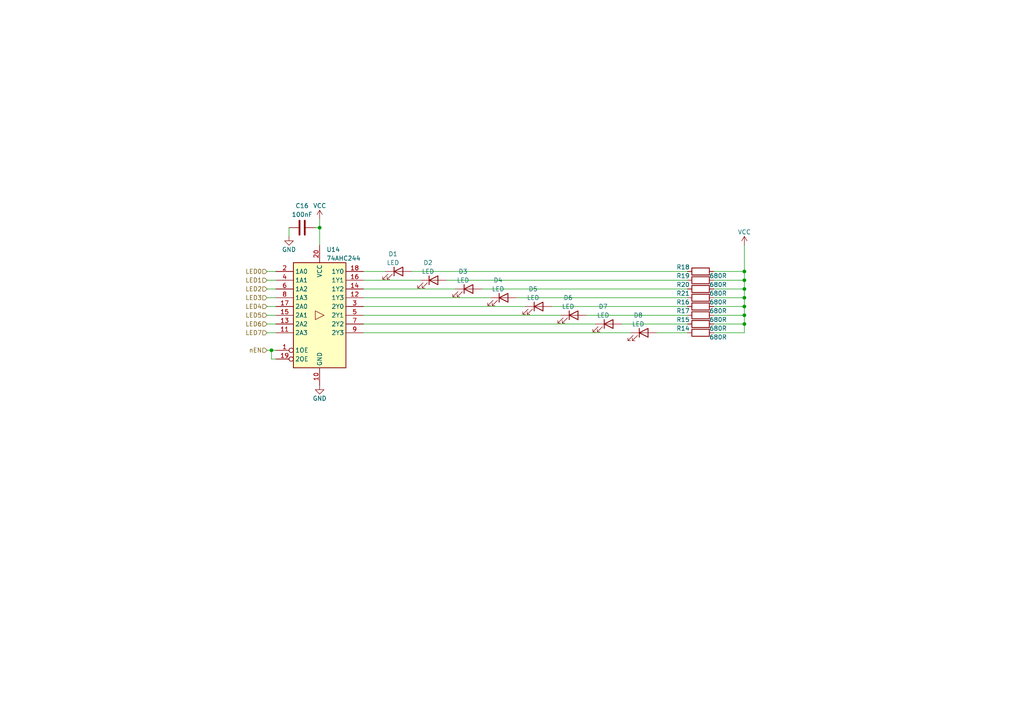
<source format=kicad_sch>
(kicad_sch (version 20230121) (generator eeschema)

  (uuid a8a4bdfd-768b-43c4-8b44-4c45f4c3ae2c)

  (paper "A4")

  (title_block
    (title "Paula's DCJ11 Hack")
    (date "2023-04-10")
    (rev "1.0")
  )

  (lib_symbols
    (symbol "74xx:74AHC244" (in_bom yes) (on_board yes)
      (property "Reference" "U" (at -7.62 16.51 0)
        (effects (font (size 1.27 1.27)))
      )
      (property "Value" "74AHC244" (at -7.62 -16.51 0)
        (effects (font (size 1.27 1.27)))
      )
      (property "Footprint" "" (at 0 0 0)
        (effects (font (size 1.27 1.27)) hide)
      )
      (property "Datasheet" "https://assets.nexperia.com/documents/data-sheet/74AHC_AHCT244.pdf" (at 0 0 0)
        (effects (font (size 1.27 1.27)) hide)
      )
      (property "ki_keywords" "AHCMOS BUFFER 3State" (at 0 0 0)
        (effects (font (size 1.27 1.27)) hide)
      )
      (property "ki_description" "8-bit Buffer/Line Driver 3-state" (at 0 0 0)
        (effects (font (size 1.27 1.27)) hide)
      )
      (property "ki_fp_filters" "TSSOP*4.4x6.5mm*P0.65mm* SSOP*4.4x6.5mm*P0.65mm*" (at 0 0 0)
        (effects (font (size 1.27 1.27)) hide)
      )
      (symbol "74AHC244_1_0"
        (polyline
          (pts
            (xy 1.27 0)
            (xy -1.27 1.27)
            (xy -1.27 -1.27)
            (xy 1.27 0)
          )
          (stroke (width 0.1524) (type default))
          (fill (type none))
        )
        (pin input inverted (at -12.7 -10.16 0) (length 5.08)
          (name "1OE" (effects (font (size 1.27 1.27))))
          (number "1" (effects (font (size 1.27 1.27))))
        )
        (pin power_in line (at 0 -20.32 90) (length 5.08)
          (name "GND" (effects (font (size 1.27 1.27))))
          (number "10" (effects (font (size 1.27 1.27))))
        )
        (pin input line (at -12.7 -5.08 0) (length 5.08)
          (name "2A3" (effects (font (size 1.27 1.27))))
          (number "11" (effects (font (size 1.27 1.27))))
        )
        (pin tri_state line (at 12.7 5.08 180) (length 5.08)
          (name "1Y3" (effects (font (size 1.27 1.27))))
          (number "12" (effects (font (size 1.27 1.27))))
        )
        (pin input line (at -12.7 -2.54 0) (length 5.08)
          (name "2A2" (effects (font (size 1.27 1.27))))
          (number "13" (effects (font (size 1.27 1.27))))
        )
        (pin tri_state line (at 12.7 7.62 180) (length 5.08)
          (name "1Y2" (effects (font (size 1.27 1.27))))
          (number "14" (effects (font (size 1.27 1.27))))
        )
        (pin input line (at -12.7 0 0) (length 5.08)
          (name "2A1" (effects (font (size 1.27 1.27))))
          (number "15" (effects (font (size 1.27 1.27))))
        )
        (pin tri_state line (at 12.7 10.16 180) (length 5.08)
          (name "1Y1" (effects (font (size 1.27 1.27))))
          (number "16" (effects (font (size 1.27 1.27))))
        )
        (pin input line (at -12.7 2.54 0) (length 5.08)
          (name "2A0" (effects (font (size 1.27 1.27))))
          (number "17" (effects (font (size 1.27 1.27))))
        )
        (pin tri_state line (at 12.7 12.7 180) (length 5.08)
          (name "1Y0" (effects (font (size 1.27 1.27))))
          (number "18" (effects (font (size 1.27 1.27))))
        )
        (pin input inverted (at -12.7 -12.7 0) (length 5.08)
          (name "2OE" (effects (font (size 1.27 1.27))))
          (number "19" (effects (font (size 1.27 1.27))))
        )
        (pin input line (at -12.7 12.7 0) (length 5.08)
          (name "1A0" (effects (font (size 1.27 1.27))))
          (number "2" (effects (font (size 1.27 1.27))))
        )
        (pin power_in line (at 0 20.32 270) (length 5.08)
          (name "VCC" (effects (font (size 1.27 1.27))))
          (number "20" (effects (font (size 1.27 1.27))))
        )
        (pin tri_state line (at 12.7 2.54 180) (length 5.08)
          (name "2Y0" (effects (font (size 1.27 1.27))))
          (number "3" (effects (font (size 1.27 1.27))))
        )
        (pin input line (at -12.7 10.16 0) (length 5.08)
          (name "1A1" (effects (font (size 1.27 1.27))))
          (number "4" (effects (font (size 1.27 1.27))))
        )
        (pin tri_state line (at 12.7 0 180) (length 5.08)
          (name "2Y1" (effects (font (size 1.27 1.27))))
          (number "5" (effects (font (size 1.27 1.27))))
        )
        (pin input line (at -12.7 7.62 0) (length 5.08)
          (name "1A2" (effects (font (size 1.27 1.27))))
          (number "6" (effects (font (size 1.27 1.27))))
        )
        (pin tri_state line (at 12.7 -2.54 180) (length 5.08)
          (name "2Y2" (effects (font (size 1.27 1.27))))
          (number "7" (effects (font (size 1.27 1.27))))
        )
        (pin input line (at -12.7 5.08 0) (length 5.08)
          (name "1A3" (effects (font (size 1.27 1.27))))
          (number "8" (effects (font (size 1.27 1.27))))
        )
        (pin tri_state line (at 12.7 -5.08 180) (length 5.08)
          (name "2Y3" (effects (font (size 1.27 1.27))))
          (number "9" (effects (font (size 1.27 1.27))))
        )
      )
      (symbol "74AHC244_1_1"
        (rectangle (start -7.62 15.24) (end 7.62 -15.24)
          (stroke (width 0.254) (type default))
          (fill (type background))
        )
      )
    )
    (symbol "Device:C" (pin_numbers hide) (pin_names (offset 0.254)) (in_bom yes) (on_board yes)
      (property "Reference" "C" (at 0.635 2.54 0)
        (effects (font (size 1.27 1.27)) (justify left))
      )
      (property "Value" "C" (at 0.635 -2.54 0)
        (effects (font (size 1.27 1.27)) (justify left))
      )
      (property "Footprint" "" (at 0.9652 -3.81 0)
        (effects (font (size 1.27 1.27)) hide)
      )
      (property "Datasheet" "~" (at 0 0 0)
        (effects (font (size 1.27 1.27)) hide)
      )
      (property "ki_keywords" "cap capacitor" (at 0 0 0)
        (effects (font (size 1.27 1.27)) hide)
      )
      (property "ki_description" "Unpolarized capacitor" (at 0 0 0)
        (effects (font (size 1.27 1.27)) hide)
      )
      (property "ki_fp_filters" "C_*" (at 0 0 0)
        (effects (font (size 1.27 1.27)) hide)
      )
      (symbol "C_0_1"
        (polyline
          (pts
            (xy -2.032 -0.762)
            (xy 2.032 -0.762)
          )
          (stroke (width 0.508) (type default))
          (fill (type none))
        )
        (polyline
          (pts
            (xy -2.032 0.762)
            (xy 2.032 0.762)
          )
          (stroke (width 0.508) (type default))
          (fill (type none))
        )
      )
      (symbol "C_1_1"
        (pin passive line (at 0 3.81 270) (length 2.794)
          (name "~" (effects (font (size 1.27 1.27))))
          (number "1" (effects (font (size 1.27 1.27))))
        )
        (pin passive line (at 0 -3.81 90) (length 2.794)
          (name "~" (effects (font (size 1.27 1.27))))
          (number "2" (effects (font (size 1.27 1.27))))
        )
      )
    )
    (symbol "Device:LED" (pin_numbers hide) (pin_names (offset 1.016) hide) (in_bom yes) (on_board yes)
      (property "Reference" "D" (at 0 2.54 0)
        (effects (font (size 1.27 1.27)))
      )
      (property "Value" "LED" (at 0 -2.54 0)
        (effects (font (size 1.27 1.27)))
      )
      (property "Footprint" "" (at 0 0 0)
        (effects (font (size 1.27 1.27)) hide)
      )
      (property "Datasheet" "~" (at 0 0 0)
        (effects (font (size 1.27 1.27)) hide)
      )
      (property "ki_keywords" "LED diode" (at 0 0 0)
        (effects (font (size 1.27 1.27)) hide)
      )
      (property "ki_description" "Light emitting diode" (at 0 0 0)
        (effects (font (size 1.27 1.27)) hide)
      )
      (property "ki_fp_filters" "LED* LED_SMD:* LED_THT:*" (at 0 0 0)
        (effects (font (size 1.27 1.27)) hide)
      )
      (symbol "LED_0_1"
        (polyline
          (pts
            (xy -1.27 -1.27)
            (xy -1.27 1.27)
          )
          (stroke (width 0.254) (type default))
          (fill (type none))
        )
        (polyline
          (pts
            (xy -1.27 0)
            (xy 1.27 0)
          )
          (stroke (width 0) (type default))
          (fill (type none))
        )
        (polyline
          (pts
            (xy 1.27 -1.27)
            (xy 1.27 1.27)
            (xy -1.27 0)
            (xy 1.27 -1.27)
          )
          (stroke (width 0.254) (type default))
          (fill (type none))
        )
        (polyline
          (pts
            (xy -3.048 -0.762)
            (xy -4.572 -2.286)
            (xy -3.81 -2.286)
            (xy -4.572 -2.286)
            (xy -4.572 -1.524)
          )
          (stroke (width 0) (type default))
          (fill (type none))
        )
        (polyline
          (pts
            (xy -1.778 -0.762)
            (xy -3.302 -2.286)
            (xy -2.54 -2.286)
            (xy -3.302 -2.286)
            (xy -3.302 -1.524)
          )
          (stroke (width 0) (type default))
          (fill (type none))
        )
      )
      (symbol "LED_1_1"
        (pin passive line (at -3.81 0 0) (length 2.54)
          (name "K" (effects (font (size 1.27 1.27))))
          (number "1" (effects (font (size 1.27 1.27))))
        )
        (pin passive line (at 3.81 0 180) (length 2.54)
          (name "A" (effects (font (size 1.27 1.27))))
          (number "2" (effects (font (size 1.27 1.27))))
        )
      )
    )
    (symbol "Device:R" (pin_numbers hide) (pin_names (offset 0)) (in_bom yes) (on_board yes)
      (property "Reference" "R" (at 2.032 0 90)
        (effects (font (size 1.27 1.27)))
      )
      (property "Value" "R" (at 0 0 90)
        (effects (font (size 1.27 1.27)))
      )
      (property "Footprint" "" (at -1.778 0 90)
        (effects (font (size 1.27 1.27)) hide)
      )
      (property "Datasheet" "~" (at 0 0 0)
        (effects (font (size 1.27 1.27)) hide)
      )
      (property "ki_keywords" "R res resistor" (at 0 0 0)
        (effects (font (size 1.27 1.27)) hide)
      )
      (property "ki_description" "Resistor" (at 0 0 0)
        (effects (font (size 1.27 1.27)) hide)
      )
      (property "ki_fp_filters" "R_*" (at 0 0 0)
        (effects (font (size 1.27 1.27)) hide)
      )
      (symbol "R_0_1"
        (rectangle (start -1.016 -2.54) (end 1.016 2.54)
          (stroke (width 0.254) (type default))
          (fill (type none))
        )
      )
      (symbol "R_1_1"
        (pin passive line (at 0 3.81 270) (length 1.27)
          (name "~" (effects (font (size 1.27 1.27))))
          (number "1" (effects (font (size 1.27 1.27))))
        )
        (pin passive line (at 0 -3.81 90) (length 1.27)
          (name "~" (effects (font (size 1.27 1.27))))
          (number "2" (effects (font (size 1.27 1.27))))
        )
      )
    )
    (symbol "power:GND" (power) (pin_names (offset 0)) (in_bom yes) (on_board yes)
      (property "Reference" "#PWR" (at 0 -6.35 0)
        (effects (font (size 1.27 1.27)) hide)
      )
      (property "Value" "GND" (at 0 -3.81 0)
        (effects (font (size 1.27 1.27)))
      )
      (property "Footprint" "" (at 0 0 0)
        (effects (font (size 1.27 1.27)) hide)
      )
      (property "Datasheet" "" (at 0 0 0)
        (effects (font (size 1.27 1.27)) hide)
      )
      (property "ki_keywords" "global power" (at 0 0 0)
        (effects (font (size 1.27 1.27)) hide)
      )
      (property "ki_description" "Power symbol creates a global label with name \"GND\" , ground" (at 0 0 0)
        (effects (font (size 1.27 1.27)) hide)
      )
      (symbol "GND_0_1"
        (polyline
          (pts
            (xy 0 0)
            (xy 0 -1.27)
            (xy 1.27 -1.27)
            (xy 0 -2.54)
            (xy -1.27 -1.27)
            (xy 0 -1.27)
          )
          (stroke (width 0) (type default))
          (fill (type none))
        )
      )
      (symbol "GND_1_1"
        (pin power_in line (at 0 0 270) (length 0) hide
          (name "GND" (effects (font (size 1.27 1.27))))
          (number "1" (effects (font (size 1.27 1.27))))
        )
      )
    )
    (symbol "power:VCC" (power) (pin_names (offset 0)) (in_bom yes) (on_board yes)
      (property "Reference" "#PWR" (at 0 -3.81 0)
        (effects (font (size 1.27 1.27)) hide)
      )
      (property "Value" "VCC" (at 0 3.81 0)
        (effects (font (size 1.27 1.27)))
      )
      (property "Footprint" "" (at 0 0 0)
        (effects (font (size 1.27 1.27)) hide)
      )
      (property "Datasheet" "" (at 0 0 0)
        (effects (font (size 1.27 1.27)) hide)
      )
      (property "ki_keywords" "global power" (at 0 0 0)
        (effects (font (size 1.27 1.27)) hide)
      )
      (property "ki_description" "Power symbol creates a global label with name \"VCC\"" (at 0 0 0)
        (effects (font (size 1.27 1.27)) hide)
      )
      (symbol "VCC_0_1"
        (polyline
          (pts
            (xy -0.762 1.27)
            (xy 0 2.54)
          )
          (stroke (width 0) (type default))
          (fill (type none))
        )
        (polyline
          (pts
            (xy 0 0)
            (xy 0 2.54)
          )
          (stroke (width 0) (type default))
          (fill (type none))
        )
        (polyline
          (pts
            (xy 0 2.54)
            (xy 0.762 1.27)
          )
          (stroke (width 0) (type default))
          (fill (type none))
        )
      )
      (symbol "VCC_1_1"
        (pin power_in line (at 0 0 90) (length 0) hide
          (name "VCC" (effects (font (size 1.27 1.27))))
          (number "1" (effects (font (size 1.27 1.27))))
        )
      )
    )
  )

  (junction (at 78.74 101.6) (diameter 0) (color 0 0 0 0)
    (uuid 5a9ab3e0-69f7-4ffb-b24e-fd79be8e3350)
  )
  (junction (at 215.9 83.82) (diameter 0) (color 0 0 0 0)
    (uuid 60e5f8fb-bf26-42d2-b205-cae3a1e3fc7f)
  )
  (junction (at 215.9 93.98) (diameter 0) (color 0 0 0 0)
    (uuid 73b0a169-68db-475d-baea-0ac7abca05c1)
  )
  (junction (at 215.9 91.44) (diameter 0) (color 0 0 0 0)
    (uuid 7f8d3366-6d8c-4aaa-9616-991f9392d345)
  )
  (junction (at 215.9 81.28) (diameter 0) (color 0 0 0 0)
    (uuid 98a25e14-c902-462b-bd83-afb8ce45fc0b)
  )
  (junction (at 215.9 86.36) (diameter 0) (color 0 0 0 0)
    (uuid b94a4359-d06b-454f-ae73-6ff22485d58e)
  )
  (junction (at 92.71 66.04) (diameter 0) (color 0 0 0 0)
    (uuid c2d8e50f-17cf-4e21-abb7-fffb460f464e)
  )
  (junction (at 215.9 78.74) (diameter 0) (color 0 0 0 0)
    (uuid d6087d27-f003-4482-a033-5f6943f6faaf)
  )
  (junction (at 215.9 88.9) (diameter 0) (color 0 0 0 0)
    (uuid e3a3f232-8ed4-47d2-a5b5-c321185b951c)
  )

  (wire (pts (xy 77.47 78.74) (xy 80.01 78.74))
    (stroke (width 0) (type default))
    (uuid 0c74e999-881f-4944-aa7c-897da772c1c9)
  )
  (wire (pts (xy 77.47 101.6) (xy 78.74 101.6))
    (stroke (width 0) (type default))
    (uuid 0d865a6a-9ee3-4c65-9625-f25d5f0e2ca1)
  )
  (wire (pts (xy 77.47 81.28) (xy 80.01 81.28))
    (stroke (width 0) (type default))
    (uuid 0daa5fc3-d7a0-4e47-8a99-08bba8b50a5d)
  )
  (wire (pts (xy 215.9 88.9) (xy 215.9 91.44))
    (stroke (width 0) (type default))
    (uuid 0df26a37-a7de-4b06-be0c-31a924598e7e)
  )
  (wire (pts (xy 170.18 91.44) (xy 199.39 91.44))
    (stroke (width 0) (type default))
    (uuid 112b4d2a-d37e-442b-9768-160976214e7b)
  )
  (wire (pts (xy 105.41 88.9) (xy 152.4 88.9))
    (stroke (width 0) (type default))
    (uuid 11d3d4ca-20ff-4c3e-b506-4bd206cf764e)
  )
  (wire (pts (xy 77.47 83.82) (xy 80.01 83.82))
    (stroke (width 0) (type default))
    (uuid 15071812-b495-41e7-b39d-a30a673ba8e6)
  )
  (wire (pts (xy 119.38 78.74) (xy 199.39 78.74))
    (stroke (width 0) (type default))
    (uuid 15a5972b-d6d2-459f-bf23-7c1270b006ab)
  )
  (wire (pts (xy 215.9 93.98) (xy 215.9 96.52))
    (stroke (width 0) (type default))
    (uuid 160dddb1-2b0c-4f44-a548-2c22eef73a03)
  )
  (wire (pts (xy 207.01 83.82) (xy 215.9 83.82))
    (stroke (width 0) (type default))
    (uuid 160ed50b-05bc-4b6b-a578-775c6aefd1c1)
  )
  (wire (pts (xy 207.01 88.9) (xy 215.9 88.9))
    (stroke (width 0) (type default))
    (uuid 1f228bfa-470e-4a88-ae33-7acd76ab5c2a)
  )
  (wire (pts (xy 160.02 88.9) (xy 199.39 88.9))
    (stroke (width 0) (type default))
    (uuid 2129d86f-69fa-4bad-8fa8-b7efb6a38c67)
  )
  (wire (pts (xy 215.9 71.12) (xy 215.9 78.74))
    (stroke (width 0) (type default))
    (uuid 2786dc0d-2b1c-42e0-8693-3d84fbd6bf96)
  )
  (wire (pts (xy 105.41 91.44) (xy 162.56 91.44))
    (stroke (width 0) (type default))
    (uuid 2d16aa62-cd08-451b-935a-c64520832b05)
  )
  (wire (pts (xy 77.47 93.98) (xy 80.01 93.98))
    (stroke (width 0) (type default))
    (uuid 3bb65de1-76d4-4fe8-9bdb-859f4c590721)
  )
  (wire (pts (xy 139.7 83.82) (xy 199.39 83.82))
    (stroke (width 0) (type default))
    (uuid 3d022627-72b7-49f4-8ab2-932dd9e9a5ed)
  )
  (wire (pts (xy 105.41 93.98) (xy 172.72 93.98))
    (stroke (width 0) (type default))
    (uuid 40ca7853-1819-43a8-a90f-9b52001d1249)
  )
  (wire (pts (xy 180.34 93.98) (xy 199.39 93.98))
    (stroke (width 0) (type default))
    (uuid 41d33051-6557-4347-ad77-a18eb61f12fa)
  )
  (wire (pts (xy 215.9 81.28) (xy 215.9 83.82))
    (stroke (width 0) (type default))
    (uuid 42f3e510-b918-409e-8839-79d2e26b4b23)
  )
  (wire (pts (xy 92.71 63.5) (xy 92.71 66.04))
    (stroke (width 0) (type default))
    (uuid 467d4bd4-8365-481b-bde0-247de534501f)
  )
  (wire (pts (xy 215.9 91.44) (xy 215.9 93.98))
    (stroke (width 0) (type default))
    (uuid 4af7bb15-a277-42bb-8817-279480b93635)
  )
  (wire (pts (xy 207.01 81.28) (xy 215.9 81.28))
    (stroke (width 0) (type default))
    (uuid 50ef8caa-8d21-4179-8fb9-f24c8c8e5fe2)
  )
  (wire (pts (xy 105.41 78.74) (xy 111.76 78.74))
    (stroke (width 0) (type default))
    (uuid 53962fa7-8151-4cbb-b98e-00c1c987be1d)
  )
  (wire (pts (xy 215.9 78.74) (xy 215.9 81.28))
    (stroke (width 0) (type default))
    (uuid 5d522e15-89f8-43ec-a6ed-ca11bed3d459)
  )
  (wire (pts (xy 129.54 81.28) (xy 199.39 81.28))
    (stroke (width 0) (type default))
    (uuid 70ad1576-5705-4eed-ad8f-aefc2d35c4b1)
  )
  (wire (pts (xy 83.82 66.04) (xy 83.82 68.58))
    (stroke (width 0) (type default))
    (uuid 726d4b7a-3369-457a-899c-6fe2baf24f90)
  )
  (wire (pts (xy 207.01 96.52) (xy 215.9 96.52))
    (stroke (width 0) (type default))
    (uuid 7503af08-c564-40b4-8918-1ace2fe74b5f)
  )
  (wire (pts (xy 215.9 86.36) (xy 215.9 88.9))
    (stroke (width 0) (type default))
    (uuid 7c8ac022-ff93-4d4f-ab60-61768fbfb318)
  )
  (wire (pts (xy 207.01 86.36) (xy 215.9 86.36))
    (stroke (width 0) (type default))
    (uuid 7c913b59-d6f5-4a9a-aced-b941304e7785)
  )
  (wire (pts (xy 80.01 104.14) (xy 78.74 104.14))
    (stroke (width 0) (type default))
    (uuid 7e68711b-4873-497d-a818-52cd84e644c5)
  )
  (wire (pts (xy 105.41 83.82) (xy 132.08 83.82))
    (stroke (width 0) (type default))
    (uuid 9deb8453-b142-4355-8e63-928a0d63cc25)
  )
  (wire (pts (xy 78.74 101.6) (xy 80.01 101.6))
    (stroke (width 0) (type default))
    (uuid a2c82415-ba59-49da-98c2-db5ac5767c9f)
  )
  (wire (pts (xy 149.86 86.36) (xy 199.39 86.36))
    (stroke (width 0) (type default))
    (uuid a464438e-76be-4905-aae6-b26cf7c54630)
  )
  (wire (pts (xy 207.01 91.44) (xy 215.9 91.44))
    (stroke (width 0) (type default))
    (uuid a6ed0d4a-4d0f-4535-9757-28b4546d4af9)
  )
  (wire (pts (xy 105.41 86.36) (xy 142.24 86.36))
    (stroke (width 0) (type default))
    (uuid a89cd658-0576-437a-aede-dda78205333d)
  )
  (wire (pts (xy 92.71 66.04) (xy 92.71 71.12))
    (stroke (width 0) (type default))
    (uuid b1de9897-718f-4ddf-b905-304a5c7bf4bf)
  )
  (wire (pts (xy 91.44 66.04) (xy 92.71 66.04))
    (stroke (width 0) (type default))
    (uuid b66c20ad-6bb4-4060-95aa-42ee1e40c8d6)
  )
  (wire (pts (xy 207.01 78.74) (xy 215.9 78.74))
    (stroke (width 0) (type default))
    (uuid b896c0ea-e590-4adb-bd52-cb650147ead4)
  )
  (wire (pts (xy 78.74 104.14) (xy 78.74 101.6))
    (stroke (width 0) (type default))
    (uuid b8fcca98-d978-4051-ae5f-b9f3f32c039a)
  )
  (wire (pts (xy 77.47 96.52) (xy 80.01 96.52))
    (stroke (width 0) (type default))
    (uuid b9972564-e67a-40e8-a393-f5bb1f2a0df4)
  )
  (wire (pts (xy 77.47 88.9) (xy 80.01 88.9))
    (stroke (width 0) (type default))
    (uuid c45b9167-40ff-4eaa-8a84-7c5c15974d37)
  )
  (wire (pts (xy 77.47 91.44) (xy 80.01 91.44))
    (stroke (width 0) (type default))
    (uuid c670dda0-e089-4b13-b093-839e8acfa582)
  )
  (wire (pts (xy 215.9 83.82) (xy 215.9 86.36))
    (stroke (width 0) (type default))
    (uuid db17d6fa-88a0-44e6-ac74-7f5be3447a0f)
  )
  (wire (pts (xy 190.5 96.52) (xy 199.39 96.52))
    (stroke (width 0) (type default))
    (uuid e32c2654-8284-4668-8e7f-dfef3d377e21)
  )
  (wire (pts (xy 105.41 81.28) (xy 121.92 81.28))
    (stroke (width 0) (type default))
    (uuid e901b43a-f559-4a37-9e44-5f11a6cc031c)
  )
  (wire (pts (xy 105.41 96.52) (xy 182.88 96.52))
    (stroke (width 0) (type default))
    (uuid eef4c9a6-77ac-4080-8931-43c78aa10a11)
  )
  (wire (pts (xy 77.47 86.36) (xy 80.01 86.36))
    (stroke (width 0) (type default))
    (uuid f1ccae45-e835-48a3-81c2-803675e52f8b)
  )
  (wire (pts (xy 207.01 93.98) (xy 215.9 93.98))
    (stroke (width 0) (type default))
    (uuid f8fee114-cb2b-420b-86f2-49f21cebd717)
  )

  (hierarchical_label "LED2" (shape input) (at 77.47 83.82 180) (fields_autoplaced)
    (effects (font (size 1.27 1.27)) (justify right))
    (uuid 0efe9171-6527-4695-ac5d-6acf8b52b04e)
  )
  (hierarchical_label "LED3" (shape input) (at 77.47 86.36 180) (fields_autoplaced)
    (effects (font (size 1.27 1.27)) (justify right))
    (uuid 13b3a215-f210-4e84-89a9-ff3cd553ec5a)
  )
  (hierarchical_label "LED1" (shape input) (at 77.47 81.28 180) (fields_autoplaced)
    (effects (font (size 1.27 1.27)) (justify right))
    (uuid 28eb4631-aced-4aae-909b-1db2005149ae)
  )
  (hierarchical_label "LED4" (shape input) (at 77.47 88.9 180) (fields_autoplaced)
    (effects (font (size 1.27 1.27)) (justify right))
    (uuid 9afa04e1-d2f6-4f54-92ad-ec98c7945d69)
  )
  (hierarchical_label "LED6" (shape input) (at 77.47 93.98 180) (fields_autoplaced)
    (effects (font (size 1.27 1.27)) (justify right))
    (uuid a96bf416-f66f-4f27-8e9b-14df788469d1)
  )
  (hierarchical_label "LED7" (shape input) (at 77.47 96.52 180) (fields_autoplaced)
    (effects (font (size 1.27 1.27)) (justify right))
    (uuid bb5f6119-424f-4281-aa71-a246693c61c9)
  )
  (hierarchical_label "LED0" (shape input) (at 77.47 78.74 180) (fields_autoplaced)
    (effects (font (size 1.27 1.27)) (justify right))
    (uuid c8ada003-18ce-4b6d-b9c5-a559c4d2227d)
  )
  (hierarchical_label "LED5" (shape input) (at 77.47 91.44 180) (fields_autoplaced)
    (effects (font (size 1.27 1.27)) (justify right))
    (uuid f23838a1-f88d-4ae9-aba0-e65229a1a9dd)
  )
  (hierarchical_label "nEN" (shape input) (at 77.47 101.6 180) (fields_autoplaced)
    (effects (font (size 1.27 1.27)) (justify right))
    (uuid f4682370-2c7b-43c9-a742-237df7a80aa7)
  )

  (symbol (lib_id "Device:LED") (at 115.57 78.74 0) (unit 1)
    (in_bom yes) (on_board yes) (dnp no) (fields_autoplaced)
    (uuid 07c2c7c8-0445-4e4c-a695-8d5930822c38)
    (property "Reference" "D1" (at 113.9825 73.66 0)
      (effects (font (size 1.27 1.27)))
    )
    (property "Value" "LED" (at 113.9825 76.2 0)
      (effects (font (size 1.27 1.27)))
    )
    (property "Footprint" "LED_SMD:LED_0805_2012Metric_Pad1.15x1.40mm_HandSolder" (at 115.57 78.74 0)
      (effects (font (size 1.27 1.27)) hide)
    )
    (property "Datasheet" "~" (at 115.57 78.74 0)
      (effects (font (size 1.27 1.27)) hide)
    )
    (pin "1" (uuid d64933e8-83d5-43bd-b1ee-007d40458542))
    (pin "2" (uuid 40de67cd-8245-4c4f-b15b-c4cfba6c95d1))
    (instances
      (project "J11HackPlus"
        (path "/892b6a29-554f-4547-9bb6-4be0a5471889/3f0f0fd8-f750-4fce-9e38-d23ddbc58b1c"
          (reference "D1") (unit 1)
        )
        (path "/892b6a29-554f-4547-9bb6-4be0a5471889/fbd689e4-2246-4c93-80b2-e94e2d09c07b"
          (reference "D9") (unit 1)
        )
        (path "/892b6a29-554f-4547-9bb6-4be0a5471889/0fd3abd6-6ddb-4d26-b6fb-37510acf9dda"
          (reference "D65") (unit 1)
        )
      )
    )
  )

  (symbol (lib_id "Device:R") (at 203.2 93.98 90) (unit 1)
    (in_bom yes) (on_board yes) (dnp no)
    (uuid 082977d9-f9fe-4b5b-bfae-5a5e0dec2128)
    (property "Reference" "R15" (at 198.12 92.71 90)
      (effects (font (size 1.27 1.27)))
    )
    (property "Value" "680R" (at 208.28 95.25 90)
      (effects (font (size 1.27 1.27)))
    )
    (property "Footprint" "Resistor_SMD:R_0603_1608Metric_Pad0.98x0.95mm_HandSolder" (at 203.2 95.758 90)
      (effects (font (size 1.27 1.27)) hide)
    )
    (property "Datasheet" "~" (at 203.2 93.98 0)
      (effects (font (size 1.27 1.27)) hide)
    )
    (pin "1" (uuid a16d5784-4b10-4e9d-991b-24e64b9b0185))
    (pin "2" (uuid 273500e3-a989-4738-a25d-81c7d6b32047))
    (instances
      (project "J11HackPlus"
        (path "/892b6a29-554f-4547-9bb6-4be0a5471889/3f0f0fd8-f750-4fce-9e38-d23ddbc58b1c"
          (reference "R15") (unit 1)
        )
        (path "/892b6a29-554f-4547-9bb6-4be0a5471889/fbd689e4-2246-4c93-80b2-e94e2d09c07b"
          (reference "R28") (unit 1)
        )
        (path "/892b6a29-554f-4547-9bb6-4be0a5471889/0fd3abd6-6ddb-4d26-b6fb-37510acf9dda"
          (reference "R84") (unit 1)
        )
      )
    )
  )

  (symbol (lib_id "Device:R") (at 203.2 78.74 90) (unit 1)
    (in_bom yes) (on_board yes) (dnp no)
    (uuid 0b117e1a-b8e9-4aee-82e7-40e4d7b39210)
    (property "Reference" "R18" (at 198.12 77.47 90)
      (effects (font (size 1.27 1.27)))
    )
    (property "Value" "680R" (at 208.28 80.01 90)
      (effects (font (size 1.27 1.27)))
    )
    (property "Footprint" "Resistor_SMD:R_0603_1608Metric_Pad0.98x0.95mm_HandSolder" (at 203.2 80.518 90)
      (effects (font (size 1.27 1.27)) hide)
    )
    (property "Datasheet" "~" (at 203.2 78.74 0)
      (effects (font (size 1.27 1.27)) hide)
    )
    (pin "1" (uuid d65aac35-a4a3-43bf-9424-1a23b1d71076))
    (pin "2" (uuid 29f34c38-4b5f-45a8-8cb4-14dc705cdd03))
    (instances
      (project "J11HackPlus"
        (path "/892b6a29-554f-4547-9bb6-4be0a5471889/3f0f0fd8-f750-4fce-9e38-d23ddbc58b1c"
          (reference "R18") (unit 1)
        )
        (path "/892b6a29-554f-4547-9bb6-4be0a5471889/fbd689e4-2246-4c93-80b2-e94e2d09c07b"
          (reference "R22") (unit 1)
        )
        (path "/892b6a29-554f-4547-9bb6-4be0a5471889/0fd3abd6-6ddb-4d26-b6fb-37510acf9dda"
          (reference "R78") (unit 1)
        )
      )
    )
  )

  (symbol (lib_id "Device:LED") (at 125.73 81.28 0) (unit 1)
    (in_bom yes) (on_board yes) (dnp no) (fields_autoplaced)
    (uuid 2b1d9315-dea7-4558-944c-8be96adc22ae)
    (property "Reference" "D2" (at 124.1425 76.2 0)
      (effects (font (size 1.27 1.27)))
    )
    (property "Value" "LED" (at 124.1425 78.74 0)
      (effects (font (size 1.27 1.27)))
    )
    (property "Footprint" "LED_SMD:LED_0805_2012Metric_Pad1.15x1.40mm_HandSolder" (at 125.73 81.28 0)
      (effects (font (size 1.27 1.27)) hide)
    )
    (property "Datasheet" "~" (at 125.73 81.28 0)
      (effects (font (size 1.27 1.27)) hide)
    )
    (pin "1" (uuid 58379d2f-980f-44ec-b7ec-d0158ba0b4d1))
    (pin "2" (uuid 1cf28311-44f9-4768-b9d9-6377d116c78a))
    (instances
      (project "J11HackPlus"
        (path "/892b6a29-554f-4547-9bb6-4be0a5471889/3f0f0fd8-f750-4fce-9e38-d23ddbc58b1c"
          (reference "D2") (unit 1)
        )
        (path "/892b6a29-554f-4547-9bb6-4be0a5471889/fbd689e4-2246-4c93-80b2-e94e2d09c07b"
          (reference "D10") (unit 1)
        )
        (path "/892b6a29-554f-4547-9bb6-4be0a5471889/0fd3abd6-6ddb-4d26-b6fb-37510acf9dda"
          (reference "D66") (unit 1)
        )
      )
    )
  )

  (symbol (lib_id "Device:R") (at 203.2 86.36 90) (unit 1)
    (in_bom yes) (on_board yes) (dnp no)
    (uuid 35c69234-c2f0-400e-b9c8-de2e3f2c6d4a)
    (property "Reference" "R21" (at 198.12 85.09 90)
      (effects (font (size 1.27 1.27)))
    )
    (property "Value" "680R" (at 208.28 87.63 90)
      (effects (font (size 1.27 1.27)))
    )
    (property "Footprint" "Resistor_SMD:R_0603_1608Metric_Pad0.98x0.95mm_HandSolder" (at 203.2 88.138 90)
      (effects (font (size 1.27 1.27)) hide)
    )
    (property "Datasheet" "~" (at 203.2 86.36 0)
      (effects (font (size 1.27 1.27)) hide)
    )
    (pin "1" (uuid d652e011-4fff-4493-9632-41f566a84fc0))
    (pin "2" (uuid 3ee46f6c-1d2d-4f3f-aa05-ce7eb6429ea2))
    (instances
      (project "J11HackPlus"
        (path "/892b6a29-554f-4547-9bb6-4be0a5471889/3f0f0fd8-f750-4fce-9e38-d23ddbc58b1c"
          (reference "R21") (unit 1)
        )
        (path "/892b6a29-554f-4547-9bb6-4be0a5471889/fbd689e4-2246-4c93-80b2-e94e2d09c07b"
          (reference "R25") (unit 1)
        )
        (path "/892b6a29-554f-4547-9bb6-4be0a5471889/0fd3abd6-6ddb-4d26-b6fb-37510acf9dda"
          (reference "R81") (unit 1)
        )
      )
    )
  )

  (symbol (lib_id "Device:R") (at 203.2 83.82 90) (unit 1)
    (in_bom yes) (on_board yes) (dnp no)
    (uuid 38c35012-b860-4011-9e03-9c71a99206a1)
    (property "Reference" "R20" (at 198.12 82.55 90)
      (effects (font (size 1.27 1.27)))
    )
    (property "Value" "680R" (at 208.28 85.09 90)
      (effects (font (size 1.27 1.27)))
    )
    (property "Footprint" "Resistor_SMD:R_0603_1608Metric_Pad0.98x0.95mm_HandSolder" (at 203.2 85.598 90)
      (effects (font (size 1.27 1.27)) hide)
    )
    (property "Datasheet" "~" (at 203.2 83.82 0)
      (effects (font (size 1.27 1.27)) hide)
    )
    (pin "1" (uuid baa5c7b9-6777-4dd0-a7d6-eb6f25fe5e71))
    (pin "2" (uuid 4318ea1b-d306-4649-a15c-c4338dd10b3b))
    (instances
      (project "J11HackPlus"
        (path "/892b6a29-554f-4547-9bb6-4be0a5471889/3f0f0fd8-f750-4fce-9e38-d23ddbc58b1c"
          (reference "R20") (unit 1)
        )
        (path "/892b6a29-554f-4547-9bb6-4be0a5471889/fbd689e4-2246-4c93-80b2-e94e2d09c07b"
          (reference "R24") (unit 1)
        )
        (path "/892b6a29-554f-4547-9bb6-4be0a5471889/0fd3abd6-6ddb-4d26-b6fb-37510acf9dda"
          (reference "R80") (unit 1)
        )
      )
    )
  )

  (symbol (lib_id "Device:LED") (at 135.89 83.82 0) (unit 1)
    (in_bom yes) (on_board yes) (dnp no) (fields_autoplaced)
    (uuid 3f4955fa-d49a-445f-b14f-728a084b7c46)
    (property "Reference" "D3" (at 134.3025 78.74 0)
      (effects (font (size 1.27 1.27)))
    )
    (property "Value" "LED" (at 134.3025 81.28 0)
      (effects (font (size 1.27 1.27)))
    )
    (property "Footprint" "LED_SMD:LED_0805_2012Metric_Pad1.15x1.40mm_HandSolder" (at 135.89 83.82 0)
      (effects (font (size 1.27 1.27)) hide)
    )
    (property "Datasheet" "~" (at 135.89 83.82 0)
      (effects (font (size 1.27 1.27)) hide)
    )
    (pin "1" (uuid 31ad8665-b97c-42fd-88f7-944578b55cd3))
    (pin "2" (uuid 8957b5ad-22fd-434a-ba41-c29dc06308af))
    (instances
      (project "J11HackPlus"
        (path "/892b6a29-554f-4547-9bb6-4be0a5471889/3f0f0fd8-f750-4fce-9e38-d23ddbc58b1c"
          (reference "D3") (unit 1)
        )
        (path "/892b6a29-554f-4547-9bb6-4be0a5471889/fbd689e4-2246-4c93-80b2-e94e2d09c07b"
          (reference "D11") (unit 1)
        )
        (path "/892b6a29-554f-4547-9bb6-4be0a5471889/0fd3abd6-6ddb-4d26-b6fb-37510acf9dda"
          (reference "D67") (unit 1)
        )
      )
    )
  )

  (symbol (lib_id "Device:LED") (at 176.53 93.98 0) (unit 1)
    (in_bom yes) (on_board yes) (dnp no) (fields_autoplaced)
    (uuid 439ea527-aff3-4205-81ed-671a8e18c7d0)
    (property "Reference" "D7" (at 174.9425 88.9 0)
      (effects (font (size 1.27 1.27)))
    )
    (property "Value" "LED" (at 174.9425 91.44 0)
      (effects (font (size 1.27 1.27)))
    )
    (property "Footprint" "LED_SMD:LED_0805_2012Metric_Pad1.15x1.40mm_HandSolder" (at 176.53 93.98 0)
      (effects (font (size 1.27 1.27)) hide)
    )
    (property "Datasheet" "~" (at 176.53 93.98 0)
      (effects (font (size 1.27 1.27)) hide)
    )
    (pin "1" (uuid 677ab7af-86e1-472a-812b-a4a606c100be))
    (pin "2" (uuid 106d2188-8766-4d73-8da2-19d6d871fda8))
    (instances
      (project "J11HackPlus"
        (path "/892b6a29-554f-4547-9bb6-4be0a5471889/3f0f0fd8-f750-4fce-9e38-d23ddbc58b1c"
          (reference "D7") (unit 1)
        )
        (path "/892b6a29-554f-4547-9bb6-4be0a5471889/fbd689e4-2246-4c93-80b2-e94e2d09c07b"
          (reference "D15") (unit 1)
        )
        (path "/892b6a29-554f-4547-9bb6-4be0a5471889/0fd3abd6-6ddb-4d26-b6fb-37510acf9dda"
          (reference "D71") (unit 1)
        )
      )
    )
  )

  (symbol (lib_id "Device:LED") (at 186.69 96.52 0) (unit 1)
    (in_bom yes) (on_board yes) (dnp no) (fields_autoplaced)
    (uuid 4e330033-974d-4b41-9572-fc7cbeea977c)
    (property "Reference" "D8" (at 185.1025 91.44 0)
      (effects (font (size 1.27 1.27)))
    )
    (property "Value" "LED" (at 185.1025 93.98 0)
      (effects (font (size 1.27 1.27)))
    )
    (property "Footprint" "LED_SMD:LED_0805_2012Metric_Pad1.15x1.40mm_HandSolder" (at 186.69 96.52 0)
      (effects (font (size 1.27 1.27)) hide)
    )
    (property "Datasheet" "~" (at 186.69 96.52 0)
      (effects (font (size 1.27 1.27)) hide)
    )
    (pin "1" (uuid 958a0217-cd61-4e0a-844e-91e3a56da4fd))
    (pin "2" (uuid bf6ca873-ef2e-4103-8dcd-1b7918afc5aa))
    (instances
      (project "J11HackPlus"
        (path "/892b6a29-554f-4547-9bb6-4be0a5471889/3f0f0fd8-f750-4fce-9e38-d23ddbc58b1c"
          (reference "D8") (unit 1)
        )
        (path "/892b6a29-554f-4547-9bb6-4be0a5471889/fbd689e4-2246-4c93-80b2-e94e2d09c07b"
          (reference "D16") (unit 1)
        )
        (path "/892b6a29-554f-4547-9bb6-4be0a5471889/0fd3abd6-6ddb-4d26-b6fb-37510acf9dda"
          (reference "D72") (unit 1)
        )
      )
    )
  )

  (symbol (lib_id "Device:R") (at 203.2 96.52 90) (unit 1)
    (in_bom yes) (on_board yes) (dnp no)
    (uuid 752a25fc-676b-4e6f-946c-e4aeb9e582f3)
    (property "Reference" "R14" (at 198.12 95.25 90)
      (effects (font (size 1.27 1.27)))
    )
    (property "Value" "680R" (at 208.28 97.79 90)
      (effects (font (size 1.27 1.27)))
    )
    (property "Footprint" "Resistor_SMD:R_0603_1608Metric_Pad0.98x0.95mm_HandSolder" (at 203.2 98.298 90)
      (effects (font (size 1.27 1.27)) hide)
    )
    (property "Datasheet" "~" (at 203.2 96.52 0)
      (effects (font (size 1.27 1.27)) hide)
    )
    (pin "1" (uuid 412816b0-133f-43ff-a331-290682d3ec7c))
    (pin "2" (uuid 2ab66dc5-1c03-4708-9e51-0424096d8e68))
    (instances
      (project "J11HackPlus"
        (path "/892b6a29-554f-4547-9bb6-4be0a5471889/3f0f0fd8-f750-4fce-9e38-d23ddbc58b1c"
          (reference "R14") (unit 1)
        )
        (path "/892b6a29-554f-4547-9bb6-4be0a5471889/fbd689e4-2246-4c93-80b2-e94e2d09c07b"
          (reference "R29") (unit 1)
        )
        (path "/892b6a29-554f-4547-9bb6-4be0a5471889/0fd3abd6-6ddb-4d26-b6fb-37510acf9dda"
          (reference "R85") (unit 1)
        )
      )
    )
  )

  (symbol (lib_id "74xx:74AHC244") (at 92.71 91.44 0) (unit 1)
    (in_bom yes) (on_board yes) (dnp no) (fields_autoplaced)
    (uuid 7ec2cdd9-7652-401e-8600-9eb5c039836e)
    (property "Reference" "U14" (at 94.6659 72.39 0)
      (effects (font (size 1.27 1.27)) (justify left))
    )
    (property "Value" "74AHC244" (at 94.6659 74.93 0)
      (effects (font (size 1.27 1.27)) (justify left))
    )
    (property "Footprint" "Package_SO:SOIC-20W_7.5x12.8mm_P1.27mm" (at 92.71 91.44 0)
      (effects (font (size 1.27 1.27)) hide)
    )
    (property "Datasheet" "https://assets.nexperia.com/documents/data-sheet/74AHC_AHCT244.pdf" (at 92.71 91.44 0)
      (effects (font (size 1.27 1.27)) hide)
    )
    (pin "1" (uuid 552fbaa8-2c4e-480f-aefe-dd8b1ce951f0))
    (pin "10" (uuid 05193798-5bff-47da-8a54-859c386a87b1))
    (pin "11" (uuid 2678f7a3-a245-4630-bec3-8ae52f081043))
    (pin "12" (uuid eb7757d5-be8c-43ae-9bd3-b031bfa1dc9c))
    (pin "13" (uuid 5ff05c6c-1bab-4614-87fb-e02776a32b11))
    (pin "14" (uuid 49a2b1e5-a30a-4a5f-a153-b6c5324548d0))
    (pin "15" (uuid 3a08c629-cfd6-4dde-92ac-3937a6fc0a75))
    (pin "16" (uuid 3f3bb33c-587d-48fa-b1b5-304a912ace8b))
    (pin "17" (uuid abbe109e-0fe8-49c3-a724-928eebefe7d9))
    (pin "18" (uuid 64d90641-687b-4016-9584-be8bcff0b9c8))
    (pin "19" (uuid af5995f3-616f-4523-849a-96b318745010))
    (pin "2" (uuid 1602b5ad-0f7e-4081-9022-dedce9c83962))
    (pin "20" (uuid 85a181ed-a961-4699-820c-e5235faa2493))
    (pin "3" (uuid 43d635ed-e456-45e3-9e09-870d5ae55b6c))
    (pin "4" (uuid e219ca00-eaf0-4737-af57-05081475dab0))
    (pin "5" (uuid 829a337d-d7e6-4a92-aad6-fabd6c394c2d))
    (pin "6" (uuid 0a634591-0d94-45aa-b4f3-5366899c7f10))
    (pin "7" (uuid a57d04b3-4d25-42a6-bb2a-a2881594c70e))
    (pin "8" (uuid 3e1ed8d4-4765-45f8-b1a5-c46b448840cd))
    (pin "9" (uuid b0ad7e03-1fd6-46b0-b9d7-26fa314240ce))
    (instances
      (project "J11HackPlus"
        (path "/892b6a29-554f-4547-9bb6-4be0a5471889/3f0f0fd8-f750-4fce-9e38-d23ddbc58b1c"
          (reference "U14") (unit 1)
        )
        (path "/892b6a29-554f-4547-9bb6-4be0a5471889/fbd689e4-2246-4c93-80b2-e94e2d09c07b"
          (reference "U15") (unit 1)
        )
        (path "/892b6a29-554f-4547-9bb6-4be0a5471889/0fd3abd6-6ddb-4d26-b6fb-37510acf9dda"
          (reference "U22") (unit 1)
        )
      )
    )
  )

  (symbol (lib_id "Device:R") (at 203.2 88.9 90) (unit 1)
    (in_bom yes) (on_board yes) (dnp no)
    (uuid 80cbf6ab-99c6-4400-9a8b-b30dd3deb95a)
    (property "Reference" "R16" (at 198.12 87.63 90)
      (effects (font (size 1.27 1.27)))
    )
    (property "Value" "680R" (at 208.28 90.17 90)
      (effects (font (size 1.27 1.27)))
    )
    (property "Footprint" "Resistor_SMD:R_0603_1608Metric_Pad0.98x0.95mm_HandSolder" (at 203.2 90.678 90)
      (effects (font (size 1.27 1.27)) hide)
    )
    (property "Datasheet" "~" (at 203.2 88.9 0)
      (effects (font (size 1.27 1.27)) hide)
    )
    (pin "1" (uuid 7ec70a31-cdf0-40bb-98f4-dec65e0a1a38))
    (pin "2" (uuid acee59d7-2206-4b4b-b8a3-7b1e78fa658e))
    (instances
      (project "J11HackPlus"
        (path "/892b6a29-554f-4547-9bb6-4be0a5471889/3f0f0fd8-f750-4fce-9e38-d23ddbc58b1c"
          (reference "R16") (unit 1)
        )
        (path "/892b6a29-554f-4547-9bb6-4be0a5471889/fbd689e4-2246-4c93-80b2-e94e2d09c07b"
          (reference "R26") (unit 1)
        )
        (path "/892b6a29-554f-4547-9bb6-4be0a5471889/0fd3abd6-6ddb-4d26-b6fb-37510acf9dda"
          (reference "R82") (unit 1)
        )
      )
    )
  )

  (symbol (lib_id "Device:LED") (at 146.05 86.36 0) (unit 1)
    (in_bom yes) (on_board yes) (dnp no) (fields_autoplaced)
    (uuid 86862f0e-b8bb-4e61-a5b3-25ee579a6b5b)
    (property "Reference" "D4" (at 144.4625 81.28 0)
      (effects (font (size 1.27 1.27)))
    )
    (property "Value" "LED" (at 144.4625 83.82 0)
      (effects (font (size 1.27 1.27)))
    )
    (property "Footprint" "LED_SMD:LED_0805_2012Metric_Pad1.15x1.40mm_HandSolder" (at 146.05 86.36 0)
      (effects (font (size 1.27 1.27)) hide)
    )
    (property "Datasheet" "~" (at 146.05 86.36 0)
      (effects (font (size 1.27 1.27)) hide)
    )
    (pin "1" (uuid 96ac16b6-74ad-48e8-aa4e-3d2621966df5))
    (pin "2" (uuid 50e3ce88-1163-4eae-b5c1-2b8ca0c684fc))
    (instances
      (project "J11HackPlus"
        (path "/892b6a29-554f-4547-9bb6-4be0a5471889/3f0f0fd8-f750-4fce-9e38-d23ddbc58b1c"
          (reference "D4") (unit 1)
        )
        (path "/892b6a29-554f-4547-9bb6-4be0a5471889/fbd689e4-2246-4c93-80b2-e94e2d09c07b"
          (reference "D12") (unit 1)
        )
        (path "/892b6a29-554f-4547-9bb6-4be0a5471889/0fd3abd6-6ddb-4d26-b6fb-37510acf9dda"
          (reference "D68") (unit 1)
        )
      )
    )
  )

  (symbol (lib_id "power:VCC") (at 92.71 63.5 0) (unit 1)
    (in_bom yes) (on_board yes) (dnp no) (fields_autoplaced)
    (uuid aecd7500-e9ac-47b8-aec4-33f6487bc433)
    (property "Reference" "#PWR073" (at 92.71 67.31 0)
      (effects (font (size 1.27 1.27)) hide)
    )
    (property "Value" "VCC" (at 92.71 59.69 0)
      (effects (font (size 1.27 1.27)))
    )
    (property "Footprint" "" (at 92.71 63.5 0)
      (effects (font (size 1.27 1.27)) hide)
    )
    (property "Datasheet" "" (at 92.71 63.5 0)
      (effects (font (size 1.27 1.27)) hide)
    )
    (pin "1" (uuid 5066cafa-e18a-4ac3-918c-8d2f27090c3e))
    (instances
      (project "J11HackPlus"
        (path "/892b6a29-554f-4547-9bb6-4be0a5471889"
          (reference "#PWR073") (unit 1)
        )
        (path "/892b6a29-554f-4547-9bb6-4be0a5471889/3f0f0fd8-f750-4fce-9e38-d23ddbc58b1c"
          (reference "#PWR099") (unit 1)
        )
        (path "/892b6a29-554f-4547-9bb6-4be0a5471889/fbd689e4-2246-4c93-80b2-e94e2d09c07b"
          (reference "#PWR0103") (unit 1)
        )
        (path "/892b6a29-554f-4547-9bb6-4be0a5471889/0fd3abd6-6ddb-4d26-b6fb-37510acf9dda"
          (reference "#PWR0138") (unit 1)
        )
      )
    )
  )

  (symbol (lib_id "power:VCC") (at 215.9 71.12 0) (unit 1)
    (in_bom yes) (on_board yes) (dnp no) (fields_autoplaced)
    (uuid af95f22d-25cc-473f-b4fe-40ddd0764346)
    (property "Reference" "#PWR073" (at 215.9 74.93 0)
      (effects (font (size 1.27 1.27)) hide)
    )
    (property "Value" "VCC" (at 215.9 67.31 0)
      (effects (font (size 1.27 1.27)))
    )
    (property "Footprint" "" (at 215.9 71.12 0)
      (effects (font (size 1.27 1.27)) hide)
    )
    (property "Datasheet" "" (at 215.9 71.12 0)
      (effects (font (size 1.27 1.27)) hide)
    )
    (pin "1" (uuid 922c165b-3b3c-400b-9420-690ae85dc04e))
    (instances
      (project "J11HackPlus"
        (path "/892b6a29-554f-4547-9bb6-4be0a5471889"
          (reference "#PWR073") (unit 1)
        )
        (path "/892b6a29-554f-4547-9bb6-4be0a5471889/3f0f0fd8-f750-4fce-9e38-d23ddbc58b1c"
          (reference "#PWR099") (unit 1)
        )
        (path "/892b6a29-554f-4547-9bb6-4be0a5471889/fbd689e4-2246-4c93-80b2-e94e2d09c07b"
          (reference "#PWR0105") (unit 1)
        )
        (path "/892b6a29-554f-4547-9bb6-4be0a5471889/0fd3abd6-6ddb-4d26-b6fb-37510acf9dda"
          (reference "#PWR0140") (unit 1)
        )
      )
    )
  )

  (symbol (lib_id "Device:C") (at 87.63 66.04 90) (unit 1)
    (in_bom yes) (on_board yes) (dnp no) (fields_autoplaced)
    (uuid b299eabc-afd9-4dbd-b203-f80f6bd39c12)
    (property "Reference" "C16" (at 87.63 59.69 90)
      (effects (font (size 1.27 1.27)))
    )
    (property "Value" "100nF" (at 87.63 62.23 90)
      (effects (font (size 1.27 1.27)))
    )
    (property "Footprint" "Capacitor_SMD:C_0603_1608Metric_Pad1.08x0.95mm_HandSolder" (at 91.44 65.0748 0)
      (effects (font (size 1.27 1.27)) hide)
    )
    (property "Datasheet" "~" (at 87.63 66.04 0)
      (effects (font (size 1.27 1.27)) hide)
    )
    (pin "1" (uuid f9fe0a5c-69cc-4f39-946f-5a9d6ab98118))
    (pin "2" (uuid 98cbd2a4-a86f-43e8-a7b5-de400e7eea11))
    (instances
      (project "J11HackPlus"
        (path "/892b6a29-554f-4547-9bb6-4be0a5471889"
          (reference "C16") (unit 1)
        )
        (path "/892b6a29-554f-4547-9bb6-4be0a5471889/3f0f0fd8-f750-4fce-9e38-d23ddbc58b1c"
          (reference "C19") (unit 1)
        )
        (path "/892b6a29-554f-4547-9bb6-4be0a5471889/fbd689e4-2246-4c93-80b2-e94e2d09c07b"
          (reference "C20") (unit 1)
        )
        (path "/892b6a29-554f-4547-9bb6-4be0a5471889/0fd3abd6-6ddb-4d26-b6fb-37510acf9dda"
          (reference "C27") (unit 1)
        )
      )
    )
  )

  (symbol (lib_id "power:GND") (at 83.82 68.58 0) (unit 1)
    (in_bom yes) (on_board yes) (dnp no)
    (uuid b787a75a-0096-435a-b7f9-dcbed6a3bbd9)
    (property "Reference" "#PWR072" (at 83.82 74.93 0)
      (effects (font (size 1.27 1.27)) hide)
    )
    (property "Value" "GND" (at 83.82 72.39 0)
      (effects (font (size 1.27 1.27)))
    )
    (property "Footprint" "" (at 83.82 68.58 0)
      (effects (font (size 1.27 1.27)) hide)
    )
    (property "Datasheet" "" (at 83.82 68.58 0)
      (effects (font (size 1.27 1.27)) hide)
    )
    (pin "1" (uuid 4993412c-2cd4-4870-b96b-19344934df7d))
    (instances
      (project "J11HackPlus"
        (path "/892b6a29-554f-4547-9bb6-4be0a5471889"
          (reference "#PWR072") (unit 1)
        )
        (path "/892b6a29-554f-4547-9bb6-4be0a5471889/3f0f0fd8-f750-4fce-9e38-d23ddbc58b1c"
          (reference "#PWR098") (unit 1)
        )
        (path "/892b6a29-554f-4547-9bb6-4be0a5471889/fbd689e4-2246-4c93-80b2-e94e2d09c07b"
          (reference "#PWR0102") (unit 1)
        )
        (path "/892b6a29-554f-4547-9bb6-4be0a5471889/0fd3abd6-6ddb-4d26-b6fb-37510acf9dda"
          (reference "#PWR0137") (unit 1)
        )
      )
    )
  )

  (symbol (lib_id "Device:R") (at 203.2 81.28 90) (unit 1)
    (in_bom yes) (on_board yes) (dnp no)
    (uuid bc557d9f-fa9f-4b72-a450-8727bd10c5fb)
    (property "Reference" "R19" (at 198.12 80.01 90)
      (effects (font (size 1.27 1.27)))
    )
    (property "Value" "680R" (at 208.28 82.55 90)
      (effects (font (size 1.27 1.27)))
    )
    (property "Footprint" "Resistor_SMD:R_0603_1608Metric_Pad0.98x0.95mm_HandSolder" (at 203.2 83.058 90)
      (effects (font (size 1.27 1.27)) hide)
    )
    (property "Datasheet" "~" (at 203.2 81.28 0)
      (effects (font (size 1.27 1.27)) hide)
    )
    (pin "1" (uuid 425c8352-6893-467d-88ce-434a00da9958))
    (pin "2" (uuid 37ff72bf-9868-4931-9565-616bbde09515))
    (instances
      (project "J11HackPlus"
        (path "/892b6a29-554f-4547-9bb6-4be0a5471889/3f0f0fd8-f750-4fce-9e38-d23ddbc58b1c"
          (reference "R19") (unit 1)
        )
        (path "/892b6a29-554f-4547-9bb6-4be0a5471889/fbd689e4-2246-4c93-80b2-e94e2d09c07b"
          (reference "R23") (unit 1)
        )
        (path "/892b6a29-554f-4547-9bb6-4be0a5471889/0fd3abd6-6ddb-4d26-b6fb-37510acf9dda"
          (reference "R79") (unit 1)
        )
      )
    )
  )

  (symbol (lib_id "Device:LED") (at 166.37 91.44 0) (unit 1)
    (in_bom yes) (on_board yes) (dnp no) (fields_autoplaced)
    (uuid c049035d-ec0d-4fd1-afe2-adf5346c7e78)
    (property "Reference" "D6" (at 164.7825 86.36 0)
      (effects (font (size 1.27 1.27)))
    )
    (property "Value" "LED" (at 164.7825 88.9 0)
      (effects (font (size 1.27 1.27)))
    )
    (property "Footprint" "LED_SMD:LED_0805_2012Metric_Pad1.15x1.40mm_HandSolder" (at 166.37 91.44 0)
      (effects (font (size 1.27 1.27)) hide)
    )
    (property "Datasheet" "~" (at 166.37 91.44 0)
      (effects (font (size 1.27 1.27)) hide)
    )
    (pin "1" (uuid 52491198-1c41-462f-8a87-a4cc592a061b))
    (pin "2" (uuid d49b4143-1e22-44d4-9c40-6c31a930c644))
    (instances
      (project "J11HackPlus"
        (path "/892b6a29-554f-4547-9bb6-4be0a5471889/3f0f0fd8-f750-4fce-9e38-d23ddbc58b1c"
          (reference "D6") (unit 1)
        )
        (path "/892b6a29-554f-4547-9bb6-4be0a5471889/fbd689e4-2246-4c93-80b2-e94e2d09c07b"
          (reference "D14") (unit 1)
        )
        (path "/892b6a29-554f-4547-9bb6-4be0a5471889/0fd3abd6-6ddb-4d26-b6fb-37510acf9dda"
          (reference "D70") (unit 1)
        )
      )
    )
  )

  (symbol (lib_id "Device:R") (at 203.2 91.44 90) (unit 1)
    (in_bom yes) (on_board yes) (dnp no)
    (uuid c18a193e-0d3c-40f5-84ae-d7e11af34628)
    (property "Reference" "R17" (at 198.12 90.17 90)
      (effects (font (size 1.27 1.27)))
    )
    (property "Value" "680R" (at 208.28 92.71 90)
      (effects (font (size 1.27 1.27)))
    )
    (property "Footprint" "Resistor_SMD:R_0603_1608Metric_Pad0.98x0.95mm_HandSolder" (at 203.2 93.218 90)
      (effects (font (size 1.27 1.27)) hide)
    )
    (property "Datasheet" "~" (at 203.2 91.44 0)
      (effects (font (size 1.27 1.27)) hide)
    )
    (pin "1" (uuid ae26986f-6b15-418f-aa91-7b9b4838fc98))
    (pin "2" (uuid bb11227c-4e6b-4966-9a7f-0835186fcbd2))
    (instances
      (project "J11HackPlus"
        (path "/892b6a29-554f-4547-9bb6-4be0a5471889/3f0f0fd8-f750-4fce-9e38-d23ddbc58b1c"
          (reference "R17") (unit 1)
        )
        (path "/892b6a29-554f-4547-9bb6-4be0a5471889/fbd689e4-2246-4c93-80b2-e94e2d09c07b"
          (reference "R27") (unit 1)
        )
        (path "/892b6a29-554f-4547-9bb6-4be0a5471889/0fd3abd6-6ddb-4d26-b6fb-37510acf9dda"
          (reference "R83") (unit 1)
        )
      )
    )
  )

  (symbol (lib_id "power:GND") (at 92.71 111.76 0) (unit 1)
    (in_bom yes) (on_board yes) (dnp no)
    (uuid e417f49d-a4ca-441a-b981-6deca0cbf6dc)
    (property "Reference" "#PWR072" (at 92.71 118.11 0)
      (effects (font (size 1.27 1.27)) hide)
    )
    (property "Value" "GND" (at 92.71 115.57 0)
      (effects (font (size 1.27 1.27)))
    )
    (property "Footprint" "" (at 92.71 111.76 0)
      (effects (font (size 1.27 1.27)) hide)
    )
    (property "Datasheet" "" (at 92.71 111.76 0)
      (effects (font (size 1.27 1.27)) hide)
    )
    (pin "1" (uuid 4e1f4fad-5e03-46c3-b719-561773962310))
    (instances
      (project "J11HackPlus"
        (path "/892b6a29-554f-4547-9bb6-4be0a5471889"
          (reference "#PWR072") (unit 1)
        )
        (path "/892b6a29-554f-4547-9bb6-4be0a5471889/3f0f0fd8-f750-4fce-9e38-d23ddbc58b1c"
          (reference "#PWR0100") (unit 1)
        )
        (path "/892b6a29-554f-4547-9bb6-4be0a5471889/fbd689e4-2246-4c93-80b2-e94e2d09c07b"
          (reference "#PWR0104") (unit 1)
        )
        (path "/892b6a29-554f-4547-9bb6-4be0a5471889/0fd3abd6-6ddb-4d26-b6fb-37510acf9dda"
          (reference "#PWR0139") (unit 1)
        )
      )
    )
  )

  (symbol (lib_id "Device:LED") (at 156.21 88.9 0) (unit 1)
    (in_bom yes) (on_board yes) (dnp no) (fields_autoplaced)
    (uuid e8169c25-0cbf-41b5-980a-6b3c9e721d19)
    (property "Reference" "D5" (at 154.6225 83.82 0)
      (effects (font (size 1.27 1.27)))
    )
    (property "Value" "LED" (at 154.6225 86.36 0)
      (effects (font (size 1.27 1.27)))
    )
    (property "Footprint" "LED_SMD:LED_0805_2012Metric_Pad1.15x1.40mm_HandSolder" (at 156.21 88.9 0)
      (effects (font (size 1.27 1.27)) hide)
    )
    (property "Datasheet" "~" (at 156.21 88.9 0)
      (effects (font (size 1.27 1.27)) hide)
    )
    (pin "1" (uuid 501af6d6-706c-43d7-b516-bca01c5785ba))
    (pin "2" (uuid 9450d701-f66a-498f-be99-8c9343c9c282))
    (instances
      (project "J11HackPlus"
        (path "/892b6a29-554f-4547-9bb6-4be0a5471889/3f0f0fd8-f750-4fce-9e38-d23ddbc58b1c"
          (reference "D5") (unit 1)
        )
        (path "/892b6a29-554f-4547-9bb6-4be0a5471889/fbd689e4-2246-4c93-80b2-e94e2d09c07b"
          (reference "D13") (unit 1)
        )
        (path "/892b6a29-554f-4547-9bb6-4be0a5471889/0fd3abd6-6ddb-4d26-b6fb-37510acf9dda"
          (reference "D69") (unit 1)
        )
      )
    )
  )
)

</source>
